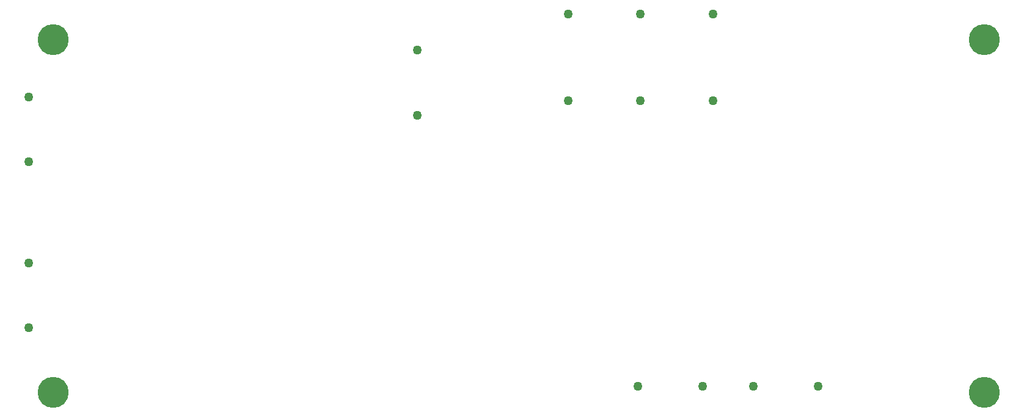
<source format=gbr>
%TF.GenerationSoftware,KiCad,Pcbnew,9.0.0*%
%TF.CreationDate,2025-10-29T06:17:09+08:00*%
%TF.ProjectId,TSAL_G_V4_2,5453414c-5f47-45f5-9634-5f322e6b6963,rev?*%
%TF.SameCoordinates,Original*%
%TF.FileFunction,NonPlated,1,2,NPTH,Drill*%
%TF.FilePolarity,Positive*%
%FSLAX46Y46*%
G04 Gerber Fmt 4.6, Leading zero omitted, Abs format (unit mm)*
G04 Created by KiCad (PCBNEW 9.0.0) date 2025-10-29 06:17:09*
%MOMM*%
%LPD*%
G01*
G04 APERTURE LIST*
%TA.AperFunction,ComponentDrill*%
%ADD10C,1.270000*%
%TD*%
%TA.AperFunction,ComponentDrill*%
%ADD11C,4.300000*%
%TD*%
G04 APERTURE END LIST*
D10*
%TO.C,J1*%
X27125000Y-51500000D03*
X27125000Y-60500000D03*
%TO.C,J2*%
X27125000Y-74500000D03*
X27125000Y-83500000D03*
%TO.C,J8*%
X80960000Y-45000000D03*
X80960000Y-54000000D03*
%TO.C,J3*%
X101875000Y-40000000D03*
X101875000Y-52000000D03*
%TO.C,J4*%
X111500000Y-91625000D03*
%TO.C,J6*%
X111875000Y-40000000D03*
X111875000Y-52000000D03*
%TO.C,J4*%
X120500000Y-91625000D03*
%TO.C,J7*%
X121875000Y-40000000D03*
X121875000Y-52000000D03*
%TO.C,J5*%
X127500000Y-91625000D03*
X136500000Y-91625000D03*
D11*
%TO.C,H3*%
X30500000Y-43500000D03*
%TO.C,H4*%
X30500000Y-92500000D03*
%TO.C,H1*%
X159500000Y-43500000D03*
%TO.C,H2*%
X159500000Y-92500000D03*
M02*

</source>
